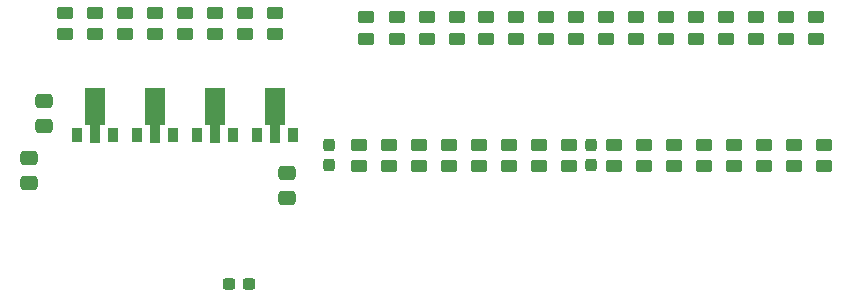
<source format=gbr>
%TF.GenerationSoftware,KiCad,Pcbnew,(7.0.0)*%
%TF.CreationDate,2023-09-21T15:04:23+02:00*%
%TF.ProjectId,hall_sensor_matrix_v2,68616c6c-5f73-4656-9e73-6f725f6d6174,rev?*%
%TF.SameCoordinates,Original*%
%TF.FileFunction,Paste,Bot*%
%TF.FilePolarity,Positive*%
%FSLAX46Y46*%
G04 Gerber Fmt 4.6, Leading zero omitted, Abs format (unit mm)*
G04 Created by KiCad (PCBNEW (7.0.0)) date 2023-09-21 15:04:23*
%MOMM*%
%LPD*%
G01*
G04 APERTURE LIST*
G04 Aperture macros list*
%AMRoundRect*
0 Rectangle with rounded corners*
0 $1 Rounding radius*
0 $2 $3 $4 $5 $6 $7 $8 $9 X,Y pos of 4 corners*
0 Add a 4 corners polygon primitive as box body*
4,1,4,$2,$3,$4,$5,$6,$7,$8,$9,$2,$3,0*
0 Add four circle primitives for the rounded corners*
1,1,$1+$1,$2,$3*
1,1,$1+$1,$4,$5*
1,1,$1+$1,$6,$7*
1,1,$1+$1,$8,$9*
0 Add four rect primitives between the rounded corners*
20,1,$1+$1,$2,$3,$4,$5,0*
20,1,$1+$1,$4,$5,$6,$7,0*
20,1,$1+$1,$6,$7,$8,$9,0*
20,1,$1+$1,$8,$9,$2,$3,0*%
%AMFreePoly0*
4,1,9,3.862500,-0.866500,0.737500,-0.866500,0.737500,-0.450000,-0.737500,-0.450000,-0.737500,0.450000,0.737500,0.450000,0.737500,0.866500,3.862500,0.866500,3.862500,-0.866500,3.862500,-0.866500,$1*%
G04 Aperture macros list end*
%ADD10RoundRect,0.237500X0.237500X-0.300000X0.237500X0.300000X-0.237500X0.300000X-0.237500X-0.300000X0*%
%ADD11RoundRect,0.250000X0.450000X-0.262500X0.450000X0.262500X-0.450000X0.262500X-0.450000X-0.262500X0*%
%ADD12RoundRect,0.250000X-0.450000X0.262500X-0.450000X-0.262500X0.450000X-0.262500X0.450000X0.262500X0*%
%ADD13RoundRect,0.250000X0.475000X-0.337500X0.475000X0.337500X-0.475000X0.337500X-0.475000X-0.337500X0*%
%ADD14R,0.900000X1.300000*%
%ADD15FreePoly0,90.000000*%
%ADD16RoundRect,0.237500X0.300000X0.237500X-0.300000X0.237500X-0.300000X-0.237500X0.300000X-0.237500X0*%
G04 APERTURE END LIST*
D10*
%TO.C,C1*%
X103280000Y-100782500D03*
X103280000Y-99057500D03*
%TD*%
D11*
%TO.C,R20*%
X137570000Y-100832500D03*
X137570000Y-99007500D03*
%TD*%
%TO.C,R43*%
X119155000Y-90037500D03*
X119155000Y-88212500D03*
%TD*%
D12*
%TO.C,R11*%
X86008000Y-87847500D03*
X86008000Y-89672500D03*
%TD*%
D11*
%TO.C,R39*%
X129315000Y-90037500D03*
X129315000Y-88212500D03*
%TD*%
%TO.C,R46*%
X111570000Y-90037500D03*
X111570000Y-88212500D03*
%TD*%
D13*
%TO.C,C2*%
X77880000Y-102227500D03*
X77880000Y-100152500D03*
%TD*%
D11*
%TO.C,R29*%
X113440000Y-100832500D03*
X113440000Y-99007500D03*
%TD*%
D12*
%TO.C,R3*%
X96168000Y-87847500D03*
X96168000Y-89672500D03*
%TD*%
D11*
%TO.C,R48*%
X106455000Y-90037500D03*
X106455000Y-88212500D03*
%TD*%
D12*
%TO.C,R7*%
X91088000Y-87847500D03*
X91088000Y-89672500D03*
%TD*%
D11*
%TO.C,R42*%
X121695000Y-90037500D03*
X121695000Y-88212500D03*
%TD*%
%TO.C,R33*%
X144555000Y-90037500D03*
X144555000Y-88212500D03*
%TD*%
%TO.C,R18*%
X142650000Y-100832500D03*
X142650000Y-99007500D03*
%TD*%
%TO.C,R24*%
X127410000Y-100832500D03*
X127410000Y-99007500D03*
%TD*%
%TO.C,R40*%
X126775000Y-90037500D03*
X126775000Y-88212500D03*
%TD*%
%TO.C,R37*%
X134395000Y-90037500D03*
X134395000Y-88212500D03*
%TD*%
%TO.C,R22*%
X132490000Y-100832500D03*
X132490000Y-99007500D03*
%TD*%
D10*
%TO.C,C5*%
X125505000Y-100782500D03*
X125505000Y-99057500D03*
%TD*%
D11*
%TO.C,R25*%
X123600000Y-100832500D03*
X123600000Y-99007500D03*
%TD*%
%TO.C,R32*%
X105820000Y-100832500D03*
X105820000Y-99007500D03*
%TD*%
%TO.C,R23*%
X129950000Y-100832500D03*
X129950000Y-99007500D03*
%TD*%
%TO.C,R45*%
X114110000Y-90037500D03*
X114110000Y-88212500D03*
%TD*%
%TO.C,R34*%
X142015000Y-90037500D03*
X142015000Y-88212500D03*
%TD*%
D14*
%TO.C,Q1*%
X100207999Y-98229499D03*
D15*
X98708000Y-98142000D03*
D14*
X97207999Y-98229499D03*
%TD*%
D11*
%TO.C,R19*%
X140110000Y-100832500D03*
X140110000Y-99007500D03*
%TD*%
D14*
%TO.C,Q3*%
X95127999Y-98229499D03*
D15*
X93628000Y-98142000D03*
D14*
X92127999Y-98229499D03*
%TD*%
D11*
%TO.C,R27*%
X118520000Y-100832500D03*
X118520000Y-99007500D03*
%TD*%
%TO.C,R31*%
X108360000Y-100832500D03*
X108360000Y-99007500D03*
%TD*%
D13*
%TO.C,C4*%
X99724000Y-103497500D03*
X99724000Y-101422500D03*
%TD*%
D11*
%TO.C,R47*%
X109030000Y-90037500D03*
X109030000Y-88212500D03*
%TD*%
%TO.C,R17*%
X145190000Y-100832500D03*
X145190000Y-99007500D03*
%TD*%
D12*
%TO.C,R13*%
X83468000Y-87847500D03*
X83468000Y-89672500D03*
%TD*%
D11*
%TO.C,R38*%
X131855000Y-90037500D03*
X131855000Y-88212500D03*
%TD*%
D12*
%TO.C,R1*%
X98708000Y-87847500D03*
X98708000Y-89672500D03*
%TD*%
D14*
%TO.C,Q7*%
X84967999Y-98229499D03*
D15*
X83468000Y-98142000D03*
D14*
X81967999Y-98229499D03*
%TD*%
D11*
%TO.C,R44*%
X116615000Y-90037500D03*
X116615000Y-88212500D03*
%TD*%
%TO.C,R30*%
X110900000Y-100832500D03*
X110900000Y-99007500D03*
%TD*%
%TO.C,R26*%
X121060000Y-100832500D03*
X121060000Y-99007500D03*
%TD*%
D12*
%TO.C,R5*%
X93628000Y-87847500D03*
X93628000Y-89672500D03*
%TD*%
D11*
%TO.C,R41*%
X124235000Y-90037500D03*
X124235000Y-88212500D03*
%TD*%
D13*
%TO.C,C6*%
X79150000Y-97401500D03*
X79150000Y-95326500D03*
%TD*%
D14*
%TO.C,Q5*%
X90047999Y-98229499D03*
D15*
X88548000Y-98142000D03*
D14*
X87047999Y-98229499D03*
%TD*%
D16*
%TO.C,C3*%
X96522500Y-110842000D03*
X94797500Y-110842000D03*
%TD*%
D11*
%TO.C,R35*%
X139475000Y-90037500D03*
X139475000Y-88212500D03*
%TD*%
%TO.C,R21*%
X135030000Y-100832500D03*
X135030000Y-99007500D03*
%TD*%
%TO.C,R36*%
X136935000Y-90037500D03*
X136935000Y-88212500D03*
%TD*%
D12*
%TO.C,R9*%
X88548000Y-87847500D03*
X88548000Y-89672500D03*
%TD*%
%TO.C,R15*%
X80928000Y-87847500D03*
X80928000Y-89672500D03*
%TD*%
D11*
%TO.C,R28*%
X115980000Y-100832500D03*
X115980000Y-99007500D03*
%TD*%
M02*

</source>
